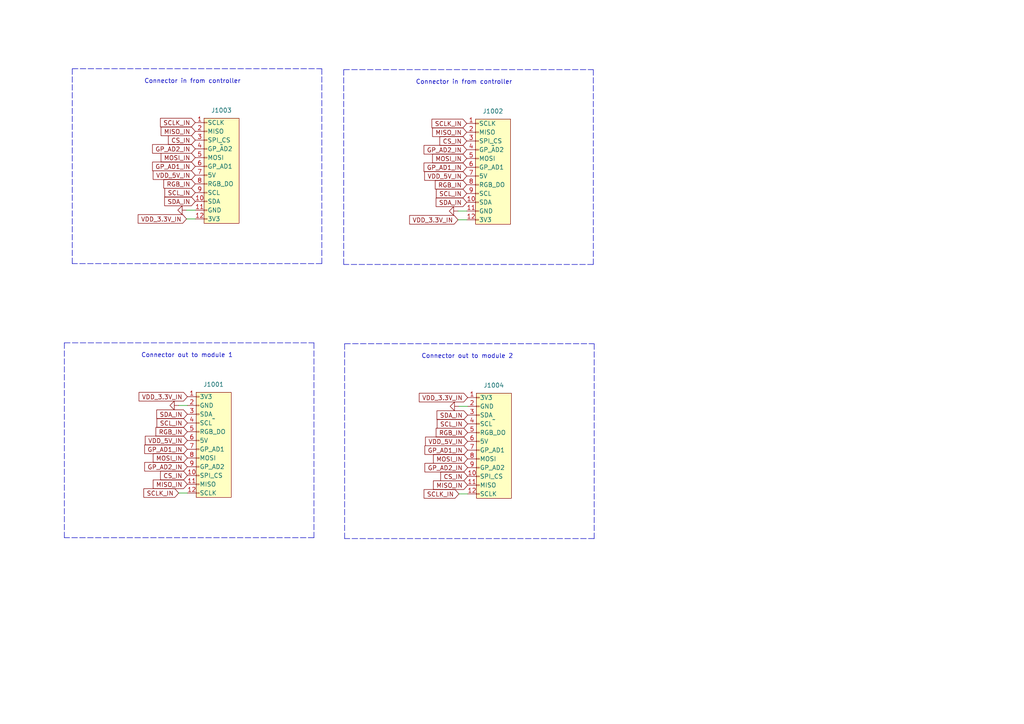
<source format=kicad_sch>
(kicad_sch (version 20230121) (generator eeschema)

  (uuid e63e39d7-6ac0-4ffd-8aa3-1841a4541b55)

  (paper "A4")

  (title_block
    (comment 4 "https://github.com/sadekbaroudi/vik")
  )

  (lib_symbols
    (symbol "power:GND" (power) (pin_names (offset 0)) (in_bom yes) (on_board yes)
      (property "Reference" "#PWR" (at 0 -6.35 0)
        (effects (font (size 1.27 1.27)) hide)
      )
      (property "Value" "GND" (at 0 -3.81 0)
        (effects (font (size 1.27 1.27)))
      )
      (property "Footprint" "" (at 0 0 0)
        (effects (font (size 1.27 1.27)) hide)
      )
      (property "Datasheet" "" (at 0 0 0)
        (effects (font (size 1.27 1.27)) hide)
      )
      (property "ki_keywords" "power-flag" (at 0 0 0)
        (effects (font (size 1.27 1.27)) hide)
      )
      (property "ki_description" "Power symbol creates a global label with name \"GND\" , ground" (at 0 0 0)
        (effects (font (size 1.27 1.27)) hide)
      )
      (symbol "GND_0_1"
        (polyline
          (pts
            (xy 0 0)
            (xy 0 -1.27)
            (xy 1.27 -1.27)
            (xy 0 -2.54)
            (xy -1.27 -1.27)
            (xy 0 -1.27)
          )
          (stroke (width 0) (type default))
          (fill (type none))
        )
      )
      (symbol "GND_1_1"
        (pin power_in line (at 0 0 270) (length 0) hide
          (name "GND" (effects (font (size 1.27 1.27))))
          (number "1" (effects (font (size 1.27 1.27))))
        )
      )
    )
    (symbol "vik:vik-keyboard-connector" (pin_names (offset 1)) (in_bom yes) (on_board yes)
      (property "Reference" "J" (at 0 15.875 0)
        (effects (font (size 1.27 1.27)))
      )
      (property "Value" "" (at 0 6.35 0)
        (effects (font (size 1.27 1.27)))
      )
      (property "Footprint" "" (at 0 6.35 0)
        (effects (font (size 1.27 1.27)) hide)
      )
      (property "Datasheet" "" (at 0 6.35 0)
        (effects (font (size 1.27 1.27)) hide)
      )
      (symbol "vik-keyboard-connector_1_1"
        (rectangle (start -5.08 13.97) (end 5.08 -16.51)
          (stroke (width 0) (type default))
          (fill (type background))
        )
        (rectangle (start -5.0546 -15.113) (end -4.191 -15.367)
          (stroke (width 0.1) (type default))
          (fill (type none))
        )
        (rectangle (start -5.0546 -12.573) (end -4.191 -12.827)
          (stroke (width 0.1) (type default))
          (fill (type none))
        )
        (rectangle (start -5.0546 -10.033) (end -4.191 -10.287)
          (stroke (width 0.1) (type default))
          (fill (type none))
        )
        (rectangle (start -5.0546 -7.493) (end -4.191 -7.747)
          (stroke (width 0.1) (type default))
          (fill (type none))
        )
        (rectangle (start -5.0546 -4.953) (end -4.191 -5.207)
          (stroke (width 0.1) (type default))
          (fill (type none))
        )
        (rectangle (start -5.0546 -2.413) (end -4.191 -2.667)
          (stroke (width 0.1) (type default))
          (fill (type none))
        )
        (rectangle (start -5.0546 0.127) (end -4.191 -0.127)
          (stroke (width 0.1) (type default))
          (fill (type none))
        )
        (rectangle (start -5.0546 2.667) (end -4.191 2.413)
          (stroke (width 0.1) (type default))
          (fill (type none))
        )
        (rectangle (start -5.0546 5.207) (end -4.191 4.953)
          (stroke (width 0.1) (type default))
          (fill (type none))
        )
        (rectangle (start -5.0546 7.747) (end -4.191 7.493)
          (stroke (width 0.1) (type default))
          (fill (type none))
        )
        (rectangle (start -5.0546 10.287) (end -4.191 10.033)
          (stroke (width 0.1) (type default))
          (fill (type none))
        )
        (rectangle (start -5.0546 12.827) (end -4.191 12.573)
          (stroke (width 0.1) (type default))
          (fill (type none))
        )
        (pin power_in line (at -7.62 12.7 0) (length 2.54)
          (name "3V3" (effects (font (size 1.27 1.27))))
          (number "1" (effects (font (size 1.27 1.27))))
        )
        (pin input line (at -7.62 -10.16 0) (length 2.54)
          (name "SPI_CS" (effects (font (size 1.27 1.27))))
          (number "10" (effects (font (size 1.27 1.27))))
        )
        (pin tri_state line (at -7.62 -12.7 0) (length 2.54)
          (name "MISO" (effects (font (size 1.27 1.27))))
          (number "11" (effects (font (size 1.27 1.27))))
        )
        (pin input line (at -7.62 -15.24 0) (length 2.54)
          (name "SCLK" (effects (font (size 1.27 1.27))))
          (number "12" (effects (font (size 1.27 1.27))))
        )
        (pin power_in line (at -7.62 10.16 0) (length 2.54)
          (name "GND" (effects (font (size 1.27 1.27))))
          (number "2" (effects (font (size 1.27 1.27))))
        )
        (pin bidirectional line (at -7.62 7.62 0) (length 2.54)
          (name "SDA" (effects (font (size 1.27 1.27))))
          (number "3" (effects (font (size 1.27 1.27))))
        )
        (pin bidirectional line (at -7.62 5.08 0) (length 2.54)
          (name "SCL" (effects (font (size 1.27 1.27))))
          (number "4" (effects (font (size 1.27 1.27))))
        )
        (pin input line (at -7.62 2.54 0) (length 2.54)
          (name "RGB_DO" (effects (font (size 1.27 1.27))))
          (number "5" (effects (font (size 1.27 1.27))))
        )
        (pin power_in line (at -7.62 0 0) (length 2.54)
          (name "5V" (effects (font (size 1.27 1.27))))
          (number "6" (effects (font (size 1.27 1.27))))
        )
        (pin bidirectional line (at -7.62 -2.54 0) (length 2.54)
          (name "GP_AD1" (effects (font (size 1.27 1.27))))
          (number "7" (effects (font (size 1.27 1.27))))
        )
        (pin input line (at -7.62 -5.08 0) (length 2.54)
          (name "MOSI" (effects (font (size 1.27 1.27))))
          (number "8" (effects (font (size 1.27 1.27))))
        )
        (pin bidirectional line (at -7.62 -7.62 0) (length 2.54)
          (name "GP_AD2" (effects (font (size 1.27 1.27))))
          (number "9" (effects (font (size 1.27 1.27))))
        )
      )
    )
    (symbol "vik:vik-module-connector" (pin_names (offset 1)) (in_bom yes) (on_board yes)
      (property "Reference" "J" (at 0 15.875 0)
        (effects (font (size 1.27 1.27)))
      )
      (property "Value" "vik-module-connector" (at 0 -17.78 0)
        (effects (font (size 1.27 1.27)) hide)
      )
      (property "Footprint" "" (at 0 6.35 0)
        (effects (font (size 1.27 1.27)) hide)
      )
      (property "Datasheet" "" (at 0 6.35 0)
        (effects (font (size 1.27 1.27)) hide)
      )
      (symbol "vik-module-connector_1_1"
        (rectangle (start -5.08 13.97) (end 5.08 -16.51)
          (stroke (width 0) (type default))
          (fill (type background))
        )
        (rectangle (start -5.0546 -15.113) (end -4.191 -15.367)
          (stroke (width 0.1) (type default))
          (fill (type none))
        )
        (rectangle (start -5.0546 -12.573) (end -4.191 -12.827)
          (stroke (width 0.1) (type default))
          (fill (type none))
        )
        (rectangle (start -5.0546 -10.033) (end -4.191 -10.287)
          (stroke (width 0.1) (type default))
          (fill (type none))
        )
        (rectangle (start -5.0546 -7.493) (end -4.191 -7.747)
          (stroke (width 0.1) (type default))
          (fill (type none))
        )
        (rectangle (start -5.0546 -4.953) (end -4.191 -5.207)
          (stroke (width 0.1) (type default))
          (fill (type none))
        )
        (rectangle (start -5.0546 -2.413) (end -4.191 -2.667)
          (stroke (width 0.1) (type default))
          (fill (type none))
        )
        (rectangle (start -5.0546 0.127) (end -4.191 -0.127)
          (stroke (width 0.1) (type default))
          (fill (type none))
        )
        (rectangle (start -5.0546 2.667) (end -4.191 2.413)
          (stroke (width 0.1) (type default))
          (fill (type none))
        )
        (rectangle (start -5.0546 5.207) (end -4.191 4.953)
          (stroke (width 0.1) (type default))
          (fill (type none))
        )
        (rectangle (start -5.0546 7.747) (end -4.191 7.493)
          (stroke (width 0.1) (type default))
          (fill (type none))
        )
        (rectangle (start -5.0546 10.287) (end -4.191 10.033)
          (stroke (width 0.1) (type default))
          (fill (type none))
        )
        (rectangle (start -5.0546 12.827) (end -4.191 12.573)
          (stroke (width 0.1) (type default))
          (fill (type none))
        )
        (pin output line (at -7.62 12.7 0) (length 2.54)
          (name "SCLK" (effects (font (size 1.27 1.27))))
          (number "1" (effects (font (size 1.27 1.27))))
        )
        (pin bidirectional line (at -7.62 -10.16 0) (length 2.54)
          (name "SDA" (effects (font (size 1.27 1.27))))
          (number "10" (effects (font (size 1.27 1.27))))
        )
        (pin power_out line (at -7.62 -12.7 0) (length 2.54)
          (name "GND" (effects (font (size 1.27 1.27))))
          (number "11" (effects (font (size 1.27 1.27))))
        )
        (pin power_out line (at -7.62 -15.24 0) (length 2.54)
          (name "3V3" (effects (font (size 1.27 1.27))))
          (number "12" (effects (font (size 1.27 1.27))))
        )
        (pin tri_state line (at -7.62 10.16 0) (length 2.54)
          (name "MISO" (effects (font (size 1.27 1.27))))
          (number "2" (effects (font (size 1.27 1.27))))
        )
        (pin output line (at -7.62 7.62 0) (length 2.54)
          (name "SPI_CS" (effects (font (size 1.27 1.27))))
          (number "3" (effects (font (size 1.27 1.27))))
        )
        (pin bidirectional line (at -7.62 5.08 0) (length 2.54)
          (name "GP_AD2" (effects (font (size 1.27 1.27))))
          (number "4" (effects (font (size 1.27 1.27))))
        )
        (pin output line (at -7.62 2.54 0) (length 2.54)
          (name "MOSI" (effects (font (size 1.27 1.27))))
          (number "5" (effects (font (size 1.27 1.27))))
        )
        (pin bidirectional line (at -7.62 0 0) (length 2.54)
          (name "GP_AD1" (effects (font (size 1.27 1.27))))
          (number "6" (effects (font (size 1.27 1.27))))
        )
        (pin power_out line (at -7.62 -2.54 0) (length 2.54)
          (name "5V" (effects (font (size 1.27 1.27))))
          (number "7" (effects (font (size 1.27 1.27))))
        )
        (pin output line (at -7.62 -5.08 0) (length 2.54)
          (name "RGB_DO" (effects (font (size 1.27 1.27))))
          (number "8" (effects (font (size 1.27 1.27))))
        )
        (pin bidirectional line (at -7.62 -7.62 0) (length 2.54)
          (name "SCL" (effects (font (size 1.27 1.27))))
          (number "9" (effects (font (size 1.27 1.27))))
        )
      )
    )
  )


  (polyline (pts (xy 20.955 19.939) (xy 20.955 76.454))
    (stroke (width 0) (type dash))
    (uuid 00c285f6-e591-4626-9110-96a3569f6751)
  )
  (polyline (pts (xy 172.339 99.695) (xy 172.339 156.21))
    (stroke (width 0) (type dash))
    (uuid 01469a3a-a9b4-420b-bdad-b969c7753236)
  )

  (wire (pts (xy 51.816 117.602) (xy 54.356 117.602))
    (stroke (width 0) (type default))
    (uuid 10cd8336-8580-4d0c-bf25-726fdd031048)
  )
  (wire (pts (xy 133.096 117.856) (xy 135.636 117.856))
    (stroke (width 0) (type default))
    (uuid 18647926-f067-4c46-afb0-6c83e82a4bd9)
  )
  (polyline (pts (xy 93.345 76.454) (xy 20.955 76.454))
    (stroke (width 0) (type dash))
    (uuid 2f2e6293-c29d-4732-91e6-ddebe6cdb18b)
  )

  (wire (pts (xy 54.102 60.96) (xy 56.642 60.96))
    (stroke (width 0) (type default))
    (uuid 3820dd30-8364-4ae9-b11c-414776fec37e)
  )
  (polyline (pts (xy 93.345 19.939) (xy 93.345 76.454))
    (stroke (width 0) (type dash))
    (uuid 40762a3e-5211-419b-8ce4-8bdf1c17b6c7)
  )
  (polyline (pts (xy 91.059 99.441) (xy 91.059 155.956))
    (stroke (width 0) (type dash))
    (uuid 42255600-8104-47ee-9fe0-bf9a5c020e08)
  )
  (polyline (pts (xy 18.669 99.441) (xy 91.059 99.441))
    (stroke (width 0) (type dash))
    (uuid 6220000d-76f3-4154-8f62-021220821df5)
  )

  (wire (pts (xy 51.816 143.002) (xy 54.356 143.002))
    (stroke (width 0) (type default))
    (uuid 7bfbdc08-2b00-4465-8e3a-943a11ce2bde)
  )
  (polyline (pts (xy 99.695 20.193) (xy 172.085 20.193))
    (stroke (width 0) (type dash))
    (uuid 8cdc8142-2071-40e4-92be-8f8ec98fd6ba)
  )
  (polyline (pts (xy 20.955 19.939) (xy 93.345 19.939))
    (stroke (width 0) (type dash))
    (uuid 956e5f31-8566-436c-96a4-e6c9913f7062)
  )
  (polyline (pts (xy 172.339 156.21) (xy 99.949 156.21))
    (stroke (width 0) (type dash))
    (uuid 9bf9b5b1-968d-4abd-93c6-1afec7f871e6)
  )
  (polyline (pts (xy 172.085 76.708) (xy 99.695 76.708))
    (stroke (width 0) (type dash))
    (uuid a4ef9239-bd6c-48ee-94f2-1db77a0259e6)
  )

  (wire (pts (xy 133.096 143.256) (xy 135.636 143.256))
    (stroke (width 0) (type default))
    (uuid abaa2290-480c-4c40-bf88-8237f245e8d4)
  )
  (wire (pts (xy 54.102 63.5) (xy 56.642 63.5))
    (stroke (width 0) (type default))
    (uuid b4e306e9-6f32-4a99-a58d-07d594ce60de)
  )
  (polyline (pts (xy 18.669 99.441) (xy 18.669 155.956))
    (stroke (width 0) (type dash))
    (uuid be0fc7c3-ac0c-4667-b7ae-3da92d75503d)
  )
  (polyline (pts (xy 99.695 20.193) (xy 99.695 76.708))
    (stroke (width 0) (type dash))
    (uuid c21ced5f-9684-42a1-a628-fcbf7bcc5593)
  )
  (polyline (pts (xy 99.949 99.695) (xy 99.949 156.21))
    (stroke (width 0) (type dash))
    (uuid c49932dc-c32b-42bb-a5e1-31852f1d1a37)
  )
  (polyline (pts (xy 99.949 99.695) (xy 172.339 99.695))
    (stroke (width 0) (type dash))
    (uuid cafb2c98-e00b-4de5-bbe3-6248caa156ae)
  )
  (polyline (pts (xy 172.085 20.193) (xy 172.085 76.708))
    (stroke (width 0) (type dash))
    (uuid e63c1397-00eb-4b75-9272-a1b75de91e69)
  )

  (wire (pts (xy 132.842 63.754) (xy 135.382 63.754))
    (stroke (width 0) (type default))
    (uuid f1e87a9f-7ee4-49c5-831b-a294d645fe54)
  )
  (polyline (pts (xy 91.059 155.956) (xy 18.669 155.956))
    (stroke (width 0) (type dash))
    (uuid f26bae04-4c1d-4861-aee2-a11873754d79)
  )

  (wire (pts (xy 132.842 61.214) (xy 135.382 61.214))
    (stroke (width 0) (type default))
    (uuid f281f615-69a6-47e3-8d02-700259098ffd)
  )

  (text "Connector out to module 2" (at 148.844 104.14 0)
    (effects (font (size 1.27 1.27)) (justify right bottom))
    (uuid 3dd651c1-3d7b-4207-b21e-5a65b2b933b4)
  )
  (text "Connector out to module 1" (at 67.564 103.886 0)
    (effects (font (size 1.27 1.27)) (justify right bottom))
    (uuid abcbe797-6d51-4b4a-be43-58c7dd7c0d03)
  )
  (text "Connector in from controller" (at 69.85 24.384 0)
    (effects (font (size 1.27 1.27)) (justify right bottom))
    (uuid d11069ff-9090-4796-bb65-c719f7867229)
  )
  (text "Connector in from controller" (at 148.59 24.638 0)
    (effects (font (size 1.27 1.27)) (justify right bottom))
    (uuid df753547-486a-461d-ae5b-324c6e87cf2a)
  )

  (global_label "VDD_5V_IN" (shape input) (at 135.382 51.054 180)
    (effects (font (size 1.27 1.27)) (justify right))
    (uuid 016872dc-ad93-4bff-9f43-780762bbb2b4)
    (property "Intersheetrefs" "${INTERSHEET_REFS}" (at 229.362 189.484 0)
      (effects (font (size 1.27 1.27)) hide)
    )
  )
  (global_label "VDD_3.3V_IN" (shape input) (at 135.636 115.316 180)
    (effects (font (size 1.27 1.27)) (justify right))
    (uuid 0f99321a-25da-48c2-815e-ee76bd015446)
    (property "Intersheetrefs" "${INTERSHEET_REFS}" (at 124.5143 115.3954 0)
      (effects (font (size 1.27 1.27)) (justify right) hide)
    )
  )
  (global_label "MISO_IN" (shape input) (at 135.382 38.354 180)
    (effects (font (size 1.27 1.27)) (justify right))
    (uuid 13586302-f096-4c43-8afe-cd9cc42a8a46)
    (property "Intersheetrefs" "${INTERSHEET_REFS}" (at 128.3727 38.2746 0)
      (effects (font (size 1.27 1.27)) (justify right) hide)
    )
  )
  (global_label "SDA_IN" (shape input) (at 135.382 58.674 180)
    (effects (font (size 1.27 1.27)) (justify right))
    (uuid 1603f7e6-8bc6-4b65-bda8-4a2aa5f826d0)
    (property "Intersheetrefs" "${INTERSHEET_REFS}" (at 129.1589 58.7534 0)
      (effects (font (size 1.27 1.27)) (justify right) hide)
    )
  )
  (global_label "GP_AD1_IN" (shape input) (at 54.356 130.302 180)
    (effects (font (size 1.27 1.27)) (justify right))
    (uuid 1b358fde-b541-4946-b196-8c645a70849c)
    (property "Intersheetrefs" "${INTERSHEET_REFS}" (at 47.3467 130.3814 0)
      (effects (font (size 1.27 1.27)) (justify right) hide)
    )
  )
  (global_label "SDA_IN" (shape input) (at 56.642 58.42 180)
    (effects (font (size 1.27 1.27)) (justify right))
    (uuid 205548da-1a88-4dcd-9309-ff4b22b56554)
    (property "Intersheetrefs" "${INTERSHEET_REFS}" (at 50.4189 58.4994 0)
      (effects (font (size 1.27 1.27)) (justify right) hide)
    )
  )
  (global_label "SDA_IN" (shape input) (at 135.636 120.396 180)
    (effects (font (size 1.27 1.27)) (justify right))
    (uuid 20b2342a-c2e6-4ac4-86cd-042959c89b69)
    (property "Intersheetrefs" "${INTERSHEET_REFS}" (at 129.4129 120.4754 0)
      (effects (font (size 1.27 1.27)) (justify right) hide)
    )
  )
  (global_label "MOSI_IN" (shape input) (at 135.636 133.096 180)
    (effects (font (size 1.27 1.27)) (justify right))
    (uuid 2ab3b57b-1465-4410-88e1-42287a09956e)
    (property "Intersheetrefs" "${INTERSHEET_REFS}" (at 128.6267 133.1754 0)
      (effects (font (size 1.27 1.27)) (justify right) hide)
    )
  )
  (global_label "VDD_3.3V_IN" (shape input) (at 54.356 115.062 180)
    (effects (font (size 1.27 1.27)) (justify right))
    (uuid 311541aa-76a9-4cdd-9f20-045a82ded86e)
    (property "Intersheetrefs" "${INTERSHEET_REFS}" (at 43.2343 115.1414 0)
      (effects (font (size 1.27 1.27)) (justify right) hide)
    )
  )
  (global_label "CS_IN" (shape input) (at 56.642 40.64 180)
    (effects (font (size 1.27 1.27)) (justify right))
    (uuid 317a28ca-23fa-43c5-a7c6-2d385ff166dc)
    (property "Intersheetrefs" "${INTERSHEET_REFS}" (at 50.4189 40.7194 0)
      (effects (font (size 1.27 1.27)) (justify right) hide)
    )
  )
  (global_label "CS_IN" (shape input) (at 135.636 138.176 180)
    (effects (font (size 1.27 1.27)) (justify right))
    (uuid 325e5e11-4121-4712-b1d6-64ec90cb43d0)
    (property "Intersheetrefs" "${INTERSHEET_REFS}" (at 129.4129 138.2554 0)
      (effects (font (size 1.27 1.27)) (justify right) hide)
    )
  )
  (global_label "MISO_IN" (shape input) (at 135.636 140.716 180)
    (effects (font (size 1.27 1.27)) (justify right))
    (uuid 3bcc7871-2a89-42d7-bbd9-94da464a3371)
    (property "Intersheetrefs" "${INTERSHEET_REFS}" (at 128.6267 140.6366 0)
      (effects (font (size 1.27 1.27)) (justify right) hide)
    )
  )
  (global_label "SCL_IN" (shape input) (at 54.356 122.682 180)
    (effects (font (size 1.27 1.27)) (justify right))
    (uuid 46c3ee65-1766-4656-a544-10277b5023c9)
    (property "Intersheetrefs" "${INTERSHEET_REFS}" (at 47.3467 122.6026 0)
      (effects (font (size 1.27 1.27)) (justify right) hide)
    )
  )
  (global_label "GP_AD2_IN" (shape input) (at 135.382 43.434 180)
    (effects (font (size 1.27 1.27)) (justify right))
    (uuid 4b98e809-268e-40c2-b737-293a3da30c0c)
    (property "Intersheetrefs" "${INTERSHEET_REFS}" (at 128.3727 43.5134 0)
      (effects (font (size 1.27 1.27)) (justify right) hide)
    )
  )
  (global_label "VDD_3.3V_IN" (shape input) (at 132.842 63.754 180)
    (effects (font (size 1.27 1.27)) (justify right))
    (uuid 4c6284d4-5afc-4f85-9958-42ff508f28cb)
    (property "Intersheetrefs" "${INTERSHEET_REFS}" (at 121.7203 63.8334 0)
      (effects (font (size 1.27 1.27)) (justify right) hide)
    )
  )
  (global_label "RGB_IN" (shape input) (at 135.382 53.594 180)
    (effects (font (size 1.27 1.27)) (justify right))
    (uuid 4d212cd2-8aa0-45dd-9523-f2ff37cc6ce7)
    (property "Intersheetrefs" "${INTERSHEET_REFS}" (at 128.1913 53.6734 0)
      (effects (font (size 1.27 1.27)) (justify right) hide)
    )
  )
  (global_label "SCL_IN" (shape input) (at 56.642 55.88 180)
    (effects (font (size 1.27 1.27)) (justify right))
    (uuid 4d636194-a536-43c0-82e6-d24731d4794a)
    (property "Intersheetrefs" "${INTERSHEET_REFS}" (at 49.6327 55.8006 0)
      (effects (font (size 1.27 1.27)) (justify right) hide)
    )
  )
  (global_label "SDA_IN" (shape input) (at 54.356 120.142 180)
    (effects (font (size 1.27 1.27)) (justify right))
    (uuid 51b30d25-1a2b-406e-aa6b-0deef1813fff)
    (property "Intersheetrefs" "${INTERSHEET_REFS}" (at 48.1329 120.2214 0)
      (effects (font (size 1.27 1.27)) (justify right) hide)
    )
  )
  (global_label "SCLK_IN" (shape input) (at 135.382 35.814 180)
    (effects (font (size 1.27 1.27)) (justify right))
    (uuid 521000a0-6509-40a8-b9ac-a68b3af117d6)
    (property "Intersheetrefs" "${INTERSHEET_REFS}" (at 128.1913 35.8934 0)
      (effects (font (size 1.27 1.27)) (justify right) hide)
    )
  )
  (global_label "VDD_5V_IN" (shape input) (at 135.636 128.016 180)
    (effects (font (size 1.27 1.27)) (justify right))
    (uuid 58f23057-59a4-4afe-b4e0-b753f2128eb4)
    (property "Intersheetrefs" "${INTERSHEET_REFS}" (at 229.616 266.446 0)
      (effects (font (size 1.27 1.27)) hide)
    )
  )
  (global_label "MOSI_IN" (shape input) (at 135.382 45.974 180)
    (effects (font (size 1.27 1.27)) (justify right))
    (uuid 59df41f2-bec9-4cac-8725-09ca873318c0)
    (property "Intersheetrefs" "${INTERSHEET_REFS}" (at 128.3727 46.0534 0)
      (effects (font (size 1.27 1.27)) (justify right) hide)
    )
  )
  (global_label "GP_AD2_IN" (shape input) (at 135.636 135.636 180)
    (effects (font (size 1.27 1.27)) (justify right))
    (uuid 63d8858a-a034-44b9-b544-05c08273582c)
    (property "Intersheetrefs" "${INTERSHEET_REFS}" (at 128.6267 135.7154 0)
      (effects (font (size 1.27 1.27)) (justify right) hide)
    )
  )
  (global_label "GP_AD1_IN" (shape input) (at 135.382 48.514 180)
    (effects (font (size 1.27 1.27)) (justify right))
    (uuid 6ba8e607-f29d-4ed5-9aee-52ba082b24aa)
    (property "Intersheetrefs" "${INTERSHEET_REFS}" (at 128.3727 48.5934 0)
      (effects (font (size 1.27 1.27)) (justify right) hide)
    )
  )
  (global_label "VDD_5V_IN" (shape input) (at 54.356 127.762 180)
    (effects (font (size 1.27 1.27)) (justify right))
    (uuid 6c224bf0-5583-4bdc-af2b-a98019e5bb57)
    (property "Intersheetrefs" "${INTERSHEET_REFS}" (at 148.336 266.192 0)
      (effects (font (size 1.27 1.27)) hide)
    )
  )
  (global_label "SCLK_IN" (shape input) (at 51.816 143.002 180)
    (effects (font (size 1.27 1.27)) (justify right))
    (uuid 6efa0777-a114-4f07-bb8a-afd21cd30f11)
    (property "Intersheetrefs" "${INTERSHEET_REFS}" (at 44.6253 143.0814 0)
      (effects (font (size 1.27 1.27)) (justify right) hide)
    )
  )
  (global_label "CS_IN" (shape input) (at 135.382 40.894 180)
    (effects (font (size 1.27 1.27)) (justify right))
    (uuid 728d50b5-79c2-43bc-ba54-54196db7aa24)
    (property "Intersheetrefs" "${INTERSHEET_REFS}" (at 129.1589 40.9734 0)
      (effects (font (size 1.27 1.27)) (justify right) hide)
    )
  )
  (global_label "SCLK_IN" (shape input) (at 56.642 35.56 180)
    (effects (font (size 1.27 1.27)) (justify right))
    (uuid 7c9bd48e-942d-4227-99f3-ed572b0f6370)
    (property "Intersheetrefs" "${INTERSHEET_REFS}" (at 49.4513 35.6394 0)
      (effects (font (size 1.27 1.27)) (justify right) hide)
    )
  )
  (global_label "GP_AD1_IN" (shape input) (at 56.642 48.26 180)
    (effects (font (size 1.27 1.27)) (justify right))
    (uuid 7fd4d0c5-ef94-4902-9838-5d50439fe2df)
    (property "Intersheetrefs" "${INTERSHEET_REFS}" (at 49.6327 48.3394 0)
      (effects (font (size 1.27 1.27)) (justify right) hide)
    )
  )
  (global_label "RGB_IN" (shape input) (at 56.642 53.34 180)
    (effects (font (size 1.27 1.27)) (justify right))
    (uuid 82302eca-6444-4df3-9066-74f0e96b32c7)
    (property "Intersheetrefs" "${INTERSHEET_REFS}" (at 49.4513 53.4194 0)
      (effects (font (size 1.27 1.27)) (justify right) hide)
    )
  )
  (global_label "GP_AD1_IN" (shape input) (at 135.636 130.556 180)
    (effects (font (size 1.27 1.27)) (justify right))
    (uuid 88c1ee32-7e3c-4dad-877c-a9583b3b8b57)
    (property "Intersheetrefs" "${INTERSHEET_REFS}" (at 128.6267 130.6354 0)
      (effects (font (size 1.27 1.27)) (justify right) hide)
    )
  )
  (global_label "MISO_IN" (shape input) (at 54.356 140.462 180)
    (effects (font (size 1.27 1.27)) (justify right))
    (uuid 9ea60e6c-f589-4c50-b64e-62981f1ac4d9)
    (property "Intersheetrefs" "${INTERSHEET_REFS}" (at 47.3467 140.3826 0)
      (effects (font (size 1.27 1.27)) (justify right) hide)
    )
  )
  (global_label "SCLK_IN" (shape input) (at 133.096 143.256 180)
    (effects (font (size 1.27 1.27)) (justify right))
    (uuid a9075273-8457-4653-9c97-1e8d8b25ee6a)
    (property "Intersheetrefs" "${INTERSHEET_REFS}" (at 125.9053 143.3354 0)
      (effects (font (size 1.27 1.27)) (justify right) hide)
    )
  )
  (global_label "VDD_5V_IN" (shape input) (at 56.642 50.8 180)
    (effects (font (size 1.27 1.27)) (justify right))
    (uuid aacf2830-2bc2-476b-a833-9f8c0c478d2c)
    (property "Intersheetrefs" "${INTERSHEET_REFS}" (at 150.622 189.23 0)
      (effects (font (size 1.27 1.27)) hide)
    )
  )
  (global_label "GP_AD2_IN" (shape input) (at 56.642 43.18 180)
    (effects (font (size 1.27 1.27)) (justify right))
    (uuid b22094e9-befa-4310-9047-55dc6e689a3a)
    (property "Intersheetrefs" "${INTERSHEET_REFS}" (at 49.6327 43.2594 0)
      (effects (font (size 1.27 1.27)) (justify right) hide)
    )
  )
  (global_label "SCL_IN" (shape input) (at 135.636 122.936 180)
    (effects (font (size 1.27 1.27)) (justify right))
    (uuid b61ceab2-6763-45f0-9c7f-ac533fb6c196)
    (property "Intersheetrefs" "${INTERSHEET_REFS}" (at 128.6267 122.8566 0)
      (effects (font (size 1.27 1.27)) (justify right) hide)
    )
  )
  (global_label "MOSI_IN" (shape input) (at 54.356 132.842 180)
    (effects (font (size 1.27 1.27)) (justify right))
    (uuid b69c0c41-2e63-48a7-a7e1-3a58a3f82ef7)
    (property "Intersheetrefs" "${INTERSHEET_REFS}" (at 47.3467 132.9214 0)
      (effects (font (size 1.27 1.27)) (justify right) hide)
    )
  )
  (global_label "MISO_IN" (shape input) (at 56.642 38.1 180)
    (effects (font (size 1.27 1.27)) (justify right))
    (uuid bcb4eb3f-1308-49ed-82b8-809c7b434489)
    (property "Intersheetrefs" "${INTERSHEET_REFS}" (at 49.6327 38.0206 0)
      (effects (font (size 1.27 1.27)) (justify right) hide)
    )
  )
  (global_label "RGB_IN" (shape input) (at 54.356 125.222 180)
    (effects (font (size 1.27 1.27)) (justify right))
    (uuid bd77a1a6-4ecb-425a-874d-c878ef5f8f62)
    (property "Intersheetrefs" "${INTERSHEET_REFS}" (at 47.1653 125.3014 0)
      (effects (font (size 1.27 1.27)) (justify right) hide)
    )
  )
  (global_label "SCL_IN" (shape input) (at 135.382 56.134 180)
    (effects (font (size 1.27 1.27)) (justify right))
    (uuid c3bf0750-1db1-4f10-aea5-133c6d09dd40)
    (property "Intersheetrefs" "${INTERSHEET_REFS}" (at 128.3727 56.0546 0)
      (effects (font (size 1.27 1.27)) (justify right) hide)
    )
  )
  (global_label "VDD_3.3V_IN" (shape input) (at 54.102 63.5 180)
    (effects (font (size 1.27 1.27)) (justify right))
    (uuid cbed4be4-cc76-4919-a8df-f70eaae9db3c)
    (property "Intersheetrefs" "${INTERSHEET_REFS}" (at 42.9803 63.5794 0)
      (effects (font (size 1.27 1.27)) (justify right) hide)
    )
  )
  (global_label "MOSI_IN" (shape input) (at 56.642 45.72 180)
    (effects (font (size 1.27 1.27)) (justify right))
    (uuid cd96bf17-259f-4647-939c-0388dd2e9eb7)
    (property "Intersheetrefs" "${INTERSHEET_REFS}" (at 49.6327 45.7994 0)
      (effects (font (size 1.27 1.27)) (justify right) hide)
    )
  )
  (global_label "GP_AD2_IN" (shape input) (at 54.356 135.382 180)
    (effects (font (size 1.27 1.27)) (justify right))
    (uuid dd0153f7-375d-4728-8be6-9eeec51985c4)
    (property "Intersheetrefs" "${INTERSHEET_REFS}" (at 47.3467 135.4614 0)
      (effects (font (size 1.27 1.27)) (justify right) hide)
    )
  )
  (global_label "RGB_IN" (shape input) (at 135.636 125.476 180)
    (effects (font (size 1.27 1.27)) (justify right))
    (uuid e9c1fd6b-5c04-40d8-8d57-eb7e588ca498)
    (property "Intersheetrefs" "${INTERSHEET_REFS}" (at 128.4453 125.5554 0)
      (effects (font (size 1.27 1.27)) (justify right) hide)
    )
  )
  (global_label "CS_IN" (shape input) (at 54.356 137.922 180)
    (effects (font (size 1.27 1.27)) (justify right))
    (uuid efb6fa35-6ce5-4c47-9126-0f16527930b1)
    (property "Intersheetrefs" "${INTERSHEET_REFS}" (at 48.1329 138.0014 0)
      (effects (font (size 1.27 1.27)) (justify right) hide)
    )
  )

  (symbol (lib_id "vik:vik-keyboard-connector") (at 143.256 128.016 0) (unit 1)
    (in_bom yes) (on_board yes) (dnp no)
    (uuid 13fe1ad7-d5ff-4911-8f9c-2de527912159)
    (property "Reference" "J1004" (at 140.208 111.76 0)
      (effects (font (size 1.27 1.27)) (justify left))
    )
    (property "Value" "~" (at 143.256 121.666 0)
      (effects (font (size 1.27 1.27)))
    )
    (property "Footprint" "vik:vik-keyboard-connector-horizontal" (at 143.256 121.666 0)
      (effects (font (size 1.27 1.27)) hide)
    )
    (property "Datasheet" "" (at 143.256 121.666 0)
      (effects (font (size 1.27 1.27)) hide)
    )
    (property "LCSC" "C2919557" (at 143.256 128.016 0)
      (effects (font (size 1.27 1.27)) hide)
    )
    (pin "1" (uuid e930080f-87c8-4369-b259-e35bb851e5a4))
    (pin "10" (uuid 8f755c21-702d-4f90-ab1c-48a956bd6659))
    (pin "11" (uuid 9858d1c6-4a0f-49a1-8b7d-e03ecb5051db))
    (pin "12" (uuid cc924ab4-9038-4a23-8997-682e91ae84d9))
    (pin "2" (uuid 3d0ea440-28cc-4ada-a7c5-dc444d599fd4))
    (pin "3" (uuid be762632-4365-400b-8dd8-a9a322dda57f))
    (pin "4" (uuid 33a94b31-790d-4c6e-93c7-868fa73f006d))
    (pin "5" (uuid cc7734ab-b5b1-41c3-aa26-e7f4cb2a8518))
    (pin "6" (uuid 6cf30c45-df95-44bd-88d2-8566dd6256dc))
    (pin "7" (uuid 3950b573-a62a-49f1-9689-963c297957fe))
    (pin "8" (uuid b2756452-e3f0-4cdb-9338-06d53126f4f0))
    (pin "9" (uuid 1c31ec43-a49c-4632-9607-4da50a4695b1))
    (instances
      (project "pmw3360"
        (path "/e63e39d7-6ac0-4ffd-8aa3-1841a4541b55"
          (reference "J1004") (unit 1)
        )
      )
    )
  )

  (symbol (lib_id "power:GND") (at 133.096 117.856 270) (unit 1)
    (in_bom yes) (on_board yes) (dnp no)
    (uuid 4cc72cf1-e7ef-41fd-b92d-78af4996311f)
    (property "Reference" "#PWR01003" (at 126.746 117.856 0)
      (effects (font (size 1.27 1.27)) hide)
    )
    (property "Value" "GND" (at 129.54 117.856 0)
      (effects (font (size 1.27 1.27)) hide)
    )
    (property "Footprint" "" (at 133.096 117.856 0)
      (effects (font (size 1.27 1.27)) hide)
    )
    (property "Datasheet" "" (at 133.096 117.856 0)
      (effects (font (size 1.27 1.27)) hide)
    )
    (pin "1" (uuid b633511a-3b66-4664-833b-cd96b22cbacf))
    (instances
      (project "pmw3360"
        (path "/e63e39d7-6ac0-4ffd-8aa3-1841a4541b55"
          (reference "#PWR01003") (unit 1)
        )
      )
    )
  )

  (symbol (lib_id "vik:vik-module-connector") (at 64.262 48.26 0) (unit 1)
    (in_bom yes) (on_board yes) (dnp no)
    (uuid 5aa338f8-7634-447d-b5b2-e44a490de94b)
    (property "Reference" "J1003" (at 61.214 32.004 0)
      (effects (font (size 1.27 1.27)) (justify left))
    )
    (property "Value" "~" (at 64.262 41.91 0)
      (effects (font (size 1.27 1.27)))
    )
    (property "Footprint" "vik:vik-module-connector-horizontal" (at 64.262 41.91 0)
      (effects (font (size 1.27 1.27)) hide)
    )
    (property "Datasheet" "" (at 64.262 41.91 0)
      (effects (font (size 1.27 1.27)) hide)
    )
    (property "LCSC" "C2919557" (at 64.262 48.26 0)
      (effects (font (size 1.27 1.27)) hide)
    )
    (pin "1" (uuid a34aada2-1fe0-46b7-8dd8-b69fa8579826))
    (pin "10" (uuid d1fbba25-d367-49b8-a076-83dc6b1ffa47))
    (pin "11" (uuid 5c01a4fd-745b-45fd-9e6c-0493ccff6be7))
    (pin "12" (uuid 92d6f157-58be-4db9-a7ec-20d9ab556844))
    (pin "2" (uuid c5d51bc6-b3fb-4497-964f-40244371736a))
    (pin "3" (uuid d6517d4f-b9d8-48e8-a6c7-d589a1caead5))
    (pin "4" (uuid 0754d992-a23f-4ef1-ae29-a468917cdff8))
    (pin "5" (uuid f2aeaab5-b2b4-4ddb-b936-217b2595400f))
    (pin "6" (uuid 5d5a4f4b-af20-49f7-8356-61a4d95d217c))
    (pin "7" (uuid 9a3f7229-f792-4c65-9434-3e3dcd394cb8))
    (pin "8" (uuid f1868c46-f0a3-41dc-8a93-ee049ed41b56))
    (pin "9" (uuid 694d2c45-3ee2-45dc-84ef-791f1d2123fd))
    (instances
      (project "pmw3360"
        (path "/e63e39d7-6ac0-4ffd-8aa3-1841a4541b55"
          (reference "J1003") (unit 1)
        )
      )
    )
  )

  (symbol (lib_id "power:GND") (at 54.102 60.96 270) (unit 1)
    (in_bom yes) (on_board yes) (dnp no)
    (uuid 71b6101a-c309-44c0-bd8c-1827f05fbe95)
    (property "Reference" "#PWR0101" (at 47.752 60.96 0)
      (effects (font (size 1.27 1.27)) hide)
    )
    (property "Value" "GND" (at 50.546 60.96 0)
      (effects (font (size 1.27 1.27)) hide)
    )
    (property "Footprint" "" (at 54.102 60.96 0)
      (effects (font (size 1.27 1.27)) hide)
    )
    (property "Datasheet" "" (at 54.102 60.96 0)
      (effects (font (size 1.27 1.27)) hide)
    )
    (pin "1" (uuid 8cf6c38f-dbd5-41b5-ad1b-b51890a9a1cd))
    (instances
      (project "pmw3360"
        (path "/e63e39d7-6ac0-4ffd-8aa3-1841a4541b55"
          (reference "#PWR0101") (unit 1)
        )
      )
    )
  )

  (symbol (lib_id "power:GND") (at 132.842 61.214 270) (unit 1)
    (in_bom yes) (on_board yes) (dnp no)
    (uuid 7464e675-b634-43b0-8c9a-8d5294a31a01)
    (property "Reference" "#PWR01002" (at 126.492 61.214 0)
      (effects (font (size 1.27 1.27)) hide)
    )
    (property "Value" "GND" (at 129.286 61.214 0)
      (effects (font (size 1.27 1.27)) hide)
    )
    (property "Footprint" "" (at 132.842 61.214 0)
      (effects (font (size 1.27 1.27)) hide)
    )
    (property "Datasheet" "" (at 132.842 61.214 0)
      (effects (font (size 1.27 1.27)) hide)
    )
    (pin "1" (uuid 0b4b2220-cfe5-47cc-a34e-47f10ae8d0b9))
    (instances
      (project "pmw3360"
        (path "/e63e39d7-6ac0-4ffd-8aa3-1841a4541b55"
          (reference "#PWR01002") (unit 1)
        )
      )
    )
  )

  (symbol (lib_id "vik:vik-module-connector") (at 143.002 48.514 0) (unit 1)
    (in_bom yes) (on_board yes) (dnp no)
    (uuid 7e941482-aae6-4f11-b808-e2476b8da210)
    (property "Reference" "J1002" (at 139.954 32.258 0)
      (effects (font (size 1.27 1.27)) (justify left))
    )
    (property "Value" "~" (at 143.002 42.164 0)
      (effects (font (size 1.27 1.27)))
    )
    (property "Footprint" "vik:vik-module-throughole" (at 143.002 42.164 0)
      (effects (font (size 1.27 1.27)) hide)
    )
    (property "Datasheet" "" (at 143.002 42.164 0)
      (effects (font (size 1.27 1.27)) hide)
    )
    (property "LCSC" "C2919557" (at 143.002 48.514 0)
      (effects (font (size 1.27 1.27)) hide)
    )
    (pin "1" (uuid 50ab2336-f90a-4ac6-ac0f-9e8b7bf3a9bb))
    (pin "10" (uuid d3671d9e-0766-47dd-9c1a-2a28da9ccc2c))
    (pin "11" (uuid 10b69480-000d-463a-af36-8876699f9b58))
    (pin "12" (uuid 62085241-2c63-4ee7-9135-cce035609328))
    (pin "2" (uuid 84ea27a5-4281-432f-81e2-c82bcdd1aa58))
    (pin "3" (uuid e46b5640-7194-439a-99dc-62c407311f60))
    (pin "4" (uuid ddb1133a-52a8-40b2-87ce-45691d57b04f))
    (pin "5" (uuid 4ac5defc-c94e-473a-9eea-71de6aa5ce05))
    (pin "6" (uuid 07850f66-6b82-461d-9e5e-1cb35b9d98fa))
    (pin "7" (uuid 87126917-507a-425f-8991-1d0c074e2b63))
    (pin "8" (uuid e4d161f9-2b10-4d9e-b141-59e62ec0d95b))
    (pin "9" (uuid 084959ea-fc83-4876-9929-84ac6d2bb29b))
    (instances
      (project "pmw3360"
        (path "/e63e39d7-6ac0-4ffd-8aa3-1841a4541b55"
          (reference "J1002") (unit 1)
        )
      )
    )
  )

  (symbol (lib_id "vik:vik-keyboard-connector") (at 61.976 127.762 0) (unit 1)
    (in_bom yes) (on_board yes) (dnp no)
    (uuid e9cc0421-d25d-4e5d-a4ee-0583952b3e9c)
    (property "Reference" "J1001" (at 58.928 111.506 0)
      (effects (font (size 1.27 1.27)) (justify left))
    )
    (property "Value" "~" (at 61.976 121.412 0)
      (effects (font (size 1.27 1.27)))
    )
    (property "Footprint" "vik:vik-keyboard-connector-horizontal" (at 61.976 121.412 0)
      (effects (font (size 1.27 1.27)) hide)
    )
    (property "Datasheet" "" (at 61.976 121.412 0)
      (effects (font (size 1.27 1.27)) hide)
    )
    (property "LCSC" "C2919557" (at 61.976 127.762 0)
      (effects (font (size 1.27 1.27)) hide)
    )
    (pin "1" (uuid 3e15d30e-7727-47a9-9c52-eddef7fb72d8))
    (pin "10" (uuid 97f79254-135e-4320-abc8-c5fbe61b8a9f))
    (pin "11" (uuid 235dd59c-632e-4bf9-9e5f-aa3f21b4608f))
    (pin "12" (uuid 3d6cad6e-c9f3-4a44-9a0c-1cc52fbebe5c))
    (pin "2" (uuid 7977fcc3-6eeb-4857-94da-845cd29c222c))
    (pin "3" (uuid 8a4d3aba-51e7-4f0d-ae80-d061f269070f))
    (pin "4" (uuid 9cd0d6a3-8101-4a40-b967-9ff83579ac28))
    (pin "5" (uuid 6b1fe7f6-da27-47d9-81e3-161f8d4ea155))
    (pin "6" (uuid 1d3ddf38-5c5f-4a91-a597-2083d1f79d05))
    (pin "7" (uuid 7c370656-98d5-4b07-9d30-429887c83876))
    (pin "8" (uuid b1fa61f2-9e8d-4ed8-9318-5e6ea7ab2dd2))
    (pin "9" (uuid dc95edf0-fafa-44c2-afb1-374f3e500682))
    (instances
      (project "pmw3360"
        (path "/e63e39d7-6ac0-4ffd-8aa3-1841a4541b55"
          (reference "J1001") (unit 1)
        )
      )
    )
  )

  (symbol (lib_id "power:GND") (at 51.816 117.602 270) (unit 1)
    (in_bom yes) (on_board yes) (dnp no)
    (uuid f6954f64-660a-4c7f-a5df-2eeb7f177965)
    (property "Reference" "#PWR01001" (at 45.466 117.602 0)
      (effects (font (size 1.27 1.27)) hide)
    )
    (property "Value" "GND" (at 48.26 117.602 0)
      (effects (font (size 1.27 1.27)) hide)
    )
    (property "Footprint" "" (at 51.816 117.602 0)
      (effects (font (size 1.27 1.27)) hide)
    )
    (property "Datasheet" "" (at 51.816 117.602 0)
      (effects (font (size 1.27 1.27)) hide)
    )
    (pin "1" (uuid 8e9a3228-b355-4832-82df-261a5874c824))
    (instances
      (project "pmw3360"
        (path "/e63e39d7-6ac0-4ffd-8aa3-1841a4541b55"
          (reference "#PWR01001") (unit 1)
        )
      )
    )
  )

  (sheet_instances
    (path "/" (page "1"))
  )
)

</source>
